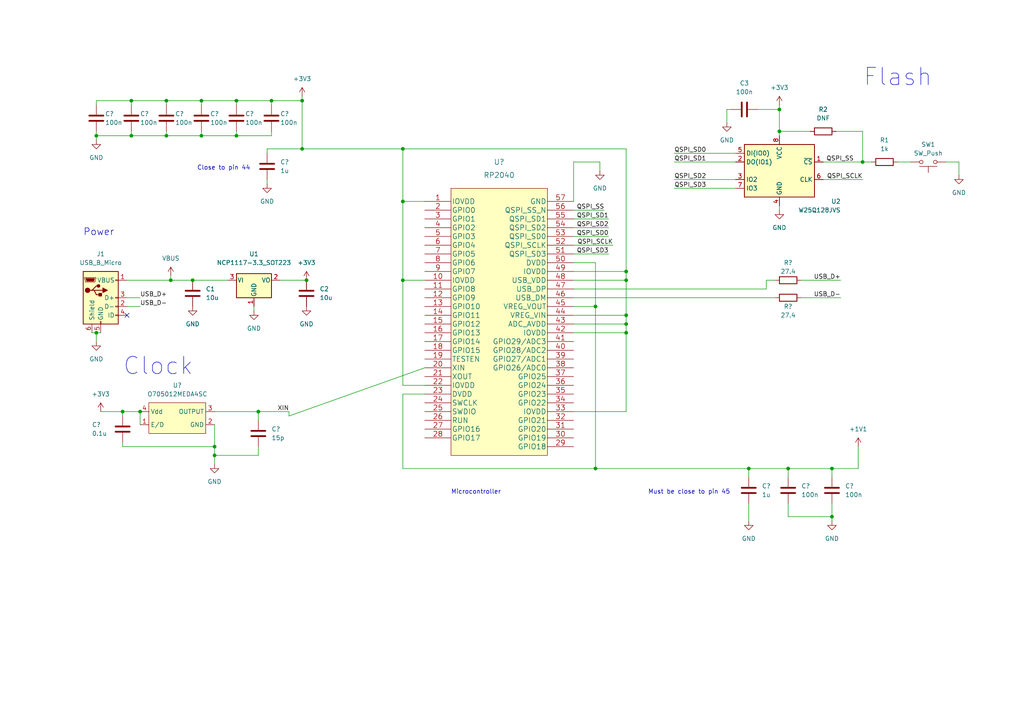
<source format=kicad_sch>
(kicad_sch (version 20211123) (generator eeschema)
  (paper "A4")
  (title_block (title "Longan") (rev "1") (company "Cambridge University Space Flight") (comment 1 "High Altitude Balloon (HAB) Tracker"))
  (lib_symbols
    (symbol "Connector:USB_B_Micro" (pin_names (offset 1.016))
      (property "Reference" "J" (at -5.08 11.43 0))
      (property "Value" "USB_B_Micro" (at -5.08 8.89 0))
      (symbol "USB_B_Micro_0_1"
        (rectangle (start -5.08 -7.62) (end 5.08 7.62) (stroke (width 0.254)) (fill (type background)))
        (circle (center -3.81 2.159) (radius 0.635) (stroke (width 0.254)) (fill (type outline)))
        (circle (center -0.635 3.429) (radius 0.381) (stroke (width 0.254)) (fill (type outline)))
        (rectangle (start -0.127 -7.62) (end 0.127 -6.858))
        (polyline (pts (xy -1.905 2.159) (xy 0.635 2.159)) (stroke (width 0.254)))
        (polyline (pts (xy -3.175 2.159) (xy -2.54 2.159) (xy -1.27 3.429) (xy -0.635 3.429)) (stroke (width 0.254)))
        (polyline (pts (xy -2.54 2.159) (xy -1.905 2.159) (xy -1.27 0.889) (xy 0 0.889)) (stroke (width 0.254)))
        (polyline (pts (xy 0.635 2.794) (xy 0.635 1.524) (xy 1.905 2.159) (xy 0.635 2.794)) (stroke (width 0.254)) (fill (type outline)))
        (polyline (pts (xy -4.318 5.588) (xy -1.778 5.588) (xy -2.032 4.826) (xy -4.064 4.826) (xy -4.318 5.588)) (fill (type outline)))
        (polyline (pts (xy -4.699 5.842) (xy -4.699 5.588) (xy -4.445 4.826) (xy -4.445 4.572) (xy -1.651 4.572) (xy -1.651 4.826) (xy -1.397 5.588) (xy -1.397 5.842) (xy -4.699 5.842)))
        (rectangle (start 0.254 1.27) (end -0.508 0.508) (stroke (width 0.254)) (fill (type outline)))
        (rectangle (start 5.08 -5.207) (end 4.318 -4.953))
        (rectangle (start 5.08 -2.667) (end 4.318 -2.413))
        (rectangle (start 5.08 -0.127) (end 4.318 0.127))
        (rectangle (start 5.08 4.953) (end 4.318 5.207))
      )
      (symbol "USB_B_Micro_1_1"
        (pin power_out line (at 7.62 5.08 180) (length 2.54) (name "VBUS") (number "1"))
        (pin bidirectional line (at 7.62 -2.54 180) (length 2.54) (name "D-") (number "2"))
        (pin bidirectional line (at 7.62 0 180) (length 2.54) (name "D+") (number "3"))
        (pin passive line (at 7.62 -5.08 180) (length 2.54) (name "ID") (number "4"))
        (pin power_out line (at 0 -10.16 90) (length 2.54) (name "GND") (number "5"))
        (pin passive line (at -2.54 -10.16 90) (length 2.54) (name "Shield") (number "6"))
      )
    )
    (symbol "Device:C" (pin_numbers hide) (pin_names (offset 0.254))
      (property "Reference" "C" (at 0.635 2.54 0))
      (property "Value" "C" (at 0.635 -2.54 0))
      (symbol "C_0_1"
        (polyline (pts (xy -2.032 -0.762) (xy 2.032 -0.762)) (stroke (width 0.508)))
        (polyline (pts (xy -2.032 0.762) (xy 2.032 0.762)) (stroke (width 0.508)))
      )
      (symbol "C_1_1"
        (pin passive line (at 0 3.81 270) (length 2.794) (name "~") (number "1"))
        (pin passive line (at 0 -3.81 90) (length 2.794) (name "~") (number "2"))
      )
    )
    (symbol "Device:R" (pin_numbers hide) (pin_names (offset 0))
      (property "Reference" "R" (at 2.032 0 90))
      (property "Value" "R" (at 0 0 90))
      (symbol "R_0_1"
        (rectangle (start -1.016 -2.54) (end 1.016 2.54) (stroke (width 0.254)))
      )
      (symbol "R_1_1"
        (pin passive line (at 0 3.81 270) (length 1.27) (name "~") (number "1"))
        (pin passive line (at 0 -3.81 90) (length 1.27) (name "~") (number "2"))
      )
    )
    (symbol "Memory_Flash:W25Q128JVS"
      (property "Reference" "U" (at -8.89 8.89 0))
      (property "Value" "W25Q128JVS" (at 7.62 8.89 0))
      (symbol "W25Q128JVS_0_1"
        (rectangle (start -10.16 7.62) (end 10.16 -7.62) (stroke (width 0.254)) (fill (type background)))
      )
      (symbol "W25Q128JVS_1_1"
        (pin input line (at -12.7 2.54 0) (length 2.54) (name "~{CS}") (number "1"))
        (pin bidirectional line (at 12.7 2.54 180) (length 2.54) (name "DO(IO1)") (number "2"))
        (pin bidirectional line (at 12.7 -2.54 180) (length 2.54) (name "IO2") (number "3"))
        (pin power_in line (at 0 -10.16 90) (length 2.54) (name "GND") (number "4"))
        (pin bidirectional line (at 12.7 5.08 180) (length 2.54) (name "DI(IO0)") (number "5"))
        (pin input line (at -12.7 -2.54 0) (length 2.54) (name "CLK") (number "6"))
        (pin bidirectional line (at 12.7 -5.08 180) (length 2.54) (name "IO3") (number "7"))
        (pin power_in line (at 0 10.16 270) (length 2.54) (name "VCC") (number "8"))
      )
    )
    (symbol "O705012MEDA4SC_1"
      (property "Reference" "U" (at 0 0 0))
      (property "Value" "O705012MEDA4SC_1" (at 0 2.54 0))
      (symbol "O705012MEDA4SC_1_0_1"
        (rectangle (start -8.89 -1.27) (end 7.62 -10.16) (fill (type background)))
      )
      (symbol "O705012MEDA4SC_1_1_1"
        (pin input line (at -11.43 -7.62 0) (length 2.54) (name "E/D") (number "1"))
        (pin power_out line (at 10.16 -7.62 180) (length 2.54) (name "GND") (number "2"))
        (pin output line (at 10.16 -3.81 180) (length 2.54) (name "OUTPUT") (number "3"))
        (pin power_in line (at -11.43 -3.81 0) (length 2.54) (name "Vdd") (number "4"))
      )
    )
    (symbol "RP2040:RP2040" (pin_names (offset 0.254))
      (property "Reference" "U?" (at 0 7.62 0))
      (property "Value" "RP2040" (at 0 3.81 0))
      (symbol "RP2040_0_1"
        (rectangle (start -13.97 0) (end 13.97 -77.47) (fill (type background)))
      )
      (symbol "RP2040_1_1"
        (pin power_in line (at -21.59 -3.81 0) (length 7.62) (name "IOVDD") (number "1"))
        (pin power_in line (at -21.59 -26.67 0) (length 7.62) (name "IOVDD") (number "10"))
        (pin bidirectional line (at -21.59 -29.21 0) (length 7.62) (name "GPIO8") (number "11"))
        (pin bidirectional line (at -21.59 -31.75 0) (length 7.62) (name "GPIO9") (number "12"))
        (pin bidirectional line (at -21.59 -34.29 0) (length 7.62) (name "GPIO10") (number "13"))
        (pin bidirectional line (at -21.59 -36.83 0) (length 7.62) (name "GPIO11") (number "14"))
        (pin bidirectional line (at -21.59 -39.37 0) (length 7.62) (name "GPIO12") (number "15"))
        (pin bidirectional line (at -21.59 -41.91 0) (length 7.62) (name "GPIO13") (number "16"))
        (pin bidirectional line (at -21.59 -44.45 0) (length 7.62) (name "GPIO14") (number "17"))
        (pin bidirectional line (at -21.59 -46.99 0) (length 7.62) (name "GPIO15") (number "18"))
        (pin unspecified line (at -21.59 -49.53 0) (length 7.62) (name "TESTEN") (number "19"))
        (pin bidirectional line (at -21.59 -6.35 0) (length 7.62) (name "GPIO0") (number "2"))
        (pin unspecified line (at -21.59 -52.07 0) (length 7.62) (name "XIN") (number "20"))
        (pin output line (at -21.59 -54.61 0) (length 7.62) (name "XOUT") (number "21"))
        (pin power_in line (at -21.59 -57.15 0) (length 7.62) (name "IOVDD") (number "22"))
        (pin power_in line (at -21.59 -59.69 0) (length 7.62) (name "DVDD") (number "23"))
        (pin unspecified line (at -21.59 -62.23 0) (length 7.62) (name "SWCLK") (number "24"))
        (pin unspecified line (at -21.59 -64.77 0) (length 7.62) (name "SWDIO") (number "25"))
        (pin unspecified line (at -21.59 -67.31 0) (length 7.62) (name "RUN") (number "26"))
        (pin bidirectional line (at -21.59 -69.85 0) (length 7.62) (name "GPIO16") (number "27"))
        (pin bidirectional line (at -21.59 -72.39 0) (length 7.62) (name "GPIO17") (number "28"))
        (pin bidirectional line (at 21.59 -74.93 180) (length 7.62) (name "GPIO18") (number "29"))
        (pin bidirectional line (at -21.59 -8.89 0) (length 7.62) (name "GPIO1") (number "3"))
        (pin bidirectional line (at 21.59 -72.39 180) (length 7.62) (name "GPIO19") (number "30"))
        (pin bidirectional line (at 21.59 -69.85 180) (length 7.62) (name "GPIO20") (number "31"))
        (pin bidirectional line (at 21.59 -67.31 180) (length 7.62) (name "GPIO21") (number "32"))
        (pin power_in line (at 21.59 -64.77 180) (length 7.62) (name "IOVDD") (number "33"))
        (pin bidirectional line (at 21.59 -62.23 180) (length 7.62) (name "GPIO22") (number "34"))
        (pin bidirectional line (at 21.59 -59.69 180) (length 7.62) (name "GPIO23") (number "35"))
        (pin bidirectional line (at 21.59 -57.15 180) (length 7.62) (name "GPIO24") (number "36"))
        (pin bidirectional line (at 21.59 -54.61 180) (length 7.62) (name "GPIO25") (number "37"))
        (pin bidirectional line (at 21.59 -52.07 180) (length 7.62) (name "GPIO26/ADC0") (number "38"))
        (pin bidirectional line (at 21.59 -49.53 180) (length 7.62) (name "GPIO27/ADC1") (number "39"))
        (pin bidirectional line (at -21.59 -11.43 0) (length 7.62) (name "GPIO2") (number "4"))
        (pin bidirectional line (at 21.59 -46.99 180) (length 7.62) (name "GPIO28/ADC2") (number "40"))
        (pin bidirectional line (at 21.59 -44.45 180) (length 7.62) (name "GPIO29/ADC3") (number "41"))
        (pin power_in line (at 21.59 -41.91 180) (length 7.62) (name "IOVDD") (number "42"))
        (pin power_in line (at 21.59 -39.37 180) (length 7.62) (name "ADC_AVDD") (number "43"))
        (pin unspecified line (at 21.59 -36.83 180) (length 7.62) (name "VREG_VIN") (number "44"))
        (pin output line (at 21.59 -34.29 180) (length 7.62) (name "VREG_VOUT") (number "45"))
        (pin unspecified line (at 21.59 -31.75 180) (length 7.62) (name "USB_DM") (number "46"))
        (pin unspecified line (at 21.59 -29.21 180) (length 7.62) (name "USB_DP") (number "47"))
        (pin power_in line (at 21.59 -26.67 180) (length 7.62) (name "USB_VDD") (number "48"))
        (pin power_in line (at 21.59 -24.13 180) (length 7.62) (name "IOVDD") (number "49"))
        (pin bidirectional line (at -21.59 -13.97 0) (length 7.62) (name "GPIO3") (number "5"))
        (pin power_in line (at 21.59 -21.59 180) (length 7.62) (name "DVDD") (number "50"))
        (pin bidirectional line (at 21.59 -19.05 180) (length 7.62) (name "QSPI_SD3") (number "51"))
        (pin unspecified line (at 21.59 -16.51 180) (length 7.62) (name "QSPI_SCLK") (number "52"))
        (pin bidirectional line (at 21.59 -13.97 180) (length 7.62) (name "QSPI_SD0") (number "53"))
        (pin bidirectional line (at 21.59 -11.43 180) (length 7.62) (name "QSPI_SD2") (number "54"))
        (pin bidirectional line (at 21.59 -8.89 180) (length 7.62) (name "QSPI_SD1") (number "55"))
        (pin unspecified line (at 21.59 -6.35 180) (length 7.62) (name "QSPI_SS_N") (number "56"))
        (pin power_in line (at 21.59 -3.81 180) (length 7.62) (name "GND") (number "57"))
        (pin bidirectional line (at -21.59 -16.51 0) (length 7.62) (name "GPIO4") (number "6"))
        (pin bidirectional line (at -21.59 -19.05 0) (length 7.62) (name "GPIO5") (number "7"))
        (pin bidirectional line (at -21.59 -21.59 0) (length 7.62) (name "GPIO6") (number "8"))
        (pin bidirectional line (at -21.59 -24.13 0) (length 7.62) (name "GPIO7") (number "9"))
      )
    )
    (symbol "Regulator_Linear:NCP1117-3.3_SOT223" (pin_names (offset 0.254))
      (property "Reference" "U" (at -3.81 3.175 0))
      (property "Value" "NCP1117-3.3_SOT223" (at 0 3.175 0))
      (symbol "NCP1117-3.3_SOT223_0_1"
        (rectangle (start -5.08 -5.08) (end 5.08 1.905) (stroke (width 0.254)) (fill (type background)))
      )
      (symbol "NCP1117-3.3_SOT223_1_1"
        (pin power_in line (at 0 -7.62 90) (length 2.54) (name "GND") (number "1"))
        (pin power_out line (at 7.62 0 180) (length 2.54) (name "VO") (number "2"))
        (pin power_in line (at -7.62 0 0) (length 2.54) (name "VI") (number "3"))
      )
    )
    (symbol "Switch:SW_Push" (pin_numbers hide) (pin_names (offset 1.016) hide)
      (property "Reference" "SW" (at 1.27 2.54 0))
      (property "Value" "SW_Push" (at 0 -1.524 0))
      (symbol "SW_Push_0_1"
        (circle (center -2.032 0) (radius 0.508))
        (polyline (pts (xy 0 1.27) (xy 0 3.048)))
        (polyline (pts (xy 2.54 1.27) (xy -2.54 1.27)))
        (circle (center 2.032 0) (radius 0.508))
        (pin passive line (at -5.08 0 0) (length 2.54) (name "1") (number "1"))
        (pin passive line (at 5.08 0 180) (length 2.54) (name "2") (number "2"))
      )
    )
    (symbol "power:+1V1" (power) (pin_names (offset 0))
      (property "Value" "+1V1" (at 0 3.556 0))
      (symbol "+1V1_0_1"
        (polyline (pts (xy -0.762 1.27) (xy 0 2.54)))
        (polyline (pts (xy 0 0) (xy 0 2.54)))
        (polyline (pts (xy 0 2.54) (xy 0.762 1.27)))
      )
      (symbol "+1V1_1_1"
        (pin power_in line (at 0 0 90) (length 0) hide (name "+1V1") (number "1"))
      )
    )
    (symbol "power:+3V3" (power) (pin_names (offset 0))
      (property "Value" "+3V3" (at 0 3.556 0))
      (symbol "+3V3_0_1"
        (polyline (pts (xy -0.762 1.27) (xy 0 2.54)))
        (polyline (pts (xy 0 0) (xy 0 2.54)))
        (polyline (pts (xy 0 2.54) (xy 0.762 1.27)))
      )
      (symbol "+3V3_1_1"
        (pin power_in line (at 0 0 90) (length 0) hide (name "+3V3") (number "1"))
      )
    )
    (symbol "power:GND" (power) (pin_names (offset 0))
      (property "Value" "GND" (at 0 -3.81 0))
      (symbol "GND_0_1"
        (polyline (pts (xy 0 0) (xy 0 -1.27) (xy 1.27 -1.27) (xy 0 -2.54) (xy -1.27 -1.27) (xy 0 -1.27)))
      )
      (symbol "GND_1_1"
        (pin power_in line (at 0 0 270) (length 0) hide (name "GND") (number "1"))
      )
    )
    (symbol "power:VBUS" (power) (pin_names (offset 0))
      (property "Value" "VBUS" (at 0 3.81 0))
      (symbol "VBUS_0_1"
        (polyline (pts (xy -0.762 1.27) (xy 0 2.54)))
        (polyline (pts (xy 0 0) (xy 0 2.54)))
        (polyline (pts (xy 0 2.54) (xy 0.762 1.27)))
      )
      (symbol "VBUS_1_1"
        (pin power_in line (at 0 0 90) (length 0) hide (name "VBUS") (number "1"))
      )
    )
  )
  (junction (at 116.84 81.28))
  (junction (at 181.61 96.52))
  (junction (at 88.9 81.28))
  (junction (at 62.23 129.54))
  (junction (at 250.19 46.99))
  (junction (at 27.94 39.37))
  (junction (at 55.88 81.28))
  (junction (at 74.93 119.38))
  (junction (at 40.64 119.38))
  (junction (at 116.84 58.42))
  (junction (at 241.3 149.86))
  (junction (at 68.58 39.37))
  (junction (at 181.61 81.28))
  (junction (at 217.17 135.89))
  (junction (at 49.53 81.28))
  (junction (at 62.23 132.08))
  (junction (at 38.1 29.21))
  (junction (at 172.72 135.89))
  (junction (at 226.06 38.1))
  (junction (at 87.63 29.21))
  (junction (at 48.26 29.21))
  (junction (at 68.58 29.21))
  (junction (at 87.63 43.18))
  (junction (at 172.72 88.9))
  (junction (at 181.61 93.98))
  (junction (at 181.61 91.44))
  (junction (at 226.06 31.75))
  (junction (at 181.61 78.74))
  (junction (at 38.1 39.37))
  (junction (at 27.94 96.52))
  (junction (at 228.6 135.89))
  (junction (at 78.74 29.21))
  (junction (at 48.26 39.37))
  (junction (at 116.84 43.18))
  (junction (at 58.42 29.21))
  (junction (at 58.42 39.37))
  (junction (at 241.3 135.89))
  (junction (at 35.56 119.38))
  (no_connect (at 36.83 91.44))
  (wire (pts (xy 74.93 119.38) (xy 74.93 121.92)))
  (wire (pts (xy 250.19 46.99) (xy 252.73 46.99)))
  (wire (pts (xy 78.74 29.21) (xy 78.74 30.48)))
  (wire (pts (xy 226.06 38.1) (xy 226.06 39.37)))
  (wire (pts (xy 166.37 73.66) (xy 176.53 73.66)))
  (wire (pts (xy 74.93 132.08) (xy 62.23 132.08)))
  (wire (pts (xy 181.61 81.28) (xy 181.61 91.44)))
  (wire (pts (xy 166.37 66.04) (xy 176.53 66.04)))
  (wire (pts (xy 250.19 46.99) (xy 250.19 38.1)))
  (wire (pts (xy 238.76 52.07) (xy 250.19 52.07)))
  (wire (pts (xy 166.37 93.98) (xy 181.61 93.98)))
  (wire (pts (xy 38.1 39.37) (xy 48.26 39.37)))
  (wire (pts (xy 68.58 39.37) (xy 68.58 38.1)))
  (wire (pts (xy 35.56 129.54) (xy 62.23 129.54)))
  (wire (pts (xy 181.61 43.18) (xy 116.84 43.18)))
  (wire (pts (xy 27.94 29.21) (xy 27.94 30.48)))
  (wire (pts (xy 62.23 129.54) (xy 62.23 132.08)))
  (wire (pts (xy 250.19 46.99) (xy 238.76 46.99)))
  (wire (pts (xy 116.84 81.28) (xy 116.84 111.76)))
  (wire (pts (xy 74.93 129.54) (xy 74.93 132.08)))
  (wire (pts (xy 181.61 93.98) (xy 181.61 96.52)))
  (wire (pts (xy 210.82 31.75) (xy 212.09 31.75)))
  (wire (pts (xy 26.67 96.52) (xy 27.94 96.52)))
  (wire (pts (xy 234.95 38.1) (xy 226.06 38.1)))
  (wire (pts (xy 226.06 60.96) (xy 226.06 59.69)))
  (wire (pts (xy 38.1 29.21) (xy 38.1 30.48)))
  (wire (pts (xy 217.17 135.89) (xy 217.17 138.43)))
  (wire (pts (xy 27.94 96.52) (xy 29.21 96.52)))
  (wire (pts (xy 217.17 135.89) (xy 228.6 135.89)))
  (wire (pts (xy 228.6 149.86) (xy 228.6 146.05)))
  (wire (pts (xy 228.6 138.43) (xy 228.6 135.89)))
  (wire (pts (xy 213.36 54.61) (xy 195.58 54.61)))
  (wire (pts (xy 36.83 86.36) (xy 40.64 86.36)))
  (wire (pts (xy 217.17 146.05) (xy 217.17 151.13)))
  (wire (pts (xy 58.42 39.37) (xy 58.42 38.1)))
  (wire (pts (xy 116.84 58.42) (xy 116.84 81.28)))
  (wire (pts (xy 55.88 81.28) (xy 66.04 81.28)))
  (wire (pts (xy 248.92 129.54) (xy 248.92 135.89)))
  (wire (pts (xy 226.06 30.48) (xy 226.06 31.75)))
  (wire (pts (xy 78.74 29.21) (xy 87.63 29.21)))
  (wire (pts (xy 226.06 31.75) (xy 226.06 38.1)))
  (wire (pts (xy 123.19 106.68) (xy 83.82 120.65)))
  (wire (pts (xy 181.61 96.52) (xy 181.61 119.38)))
  (wire (pts (xy 58.42 29.21) (xy 58.42 30.48)))
  (wire (pts (xy 58.42 29.21) (xy 68.58 29.21)))
  (wire (pts (xy 166.37 86.36) (xy 224.79 86.36)))
  (wire (pts (xy 38.1 29.21) (xy 48.26 29.21)))
  (wire (pts (xy 173.99 46.99) (xy 173.99 49.53)))
  (wire (pts (xy 74.93 119.38) (xy 83.82 119.38)))
  (wire (pts (xy 177.8 71.12) (xy 166.37 71.12)))
  (wire (pts (xy 68.58 29.21) (xy 78.74 29.21)))
  (wire (pts (xy 181.61 91.44) (xy 181.61 93.98)))
  (wire (pts (xy 62.23 132.08) (xy 62.23 134.62)))
  (wire (pts (xy 78.74 39.37) (xy 78.74 38.1)))
  (wire (pts (xy 166.37 88.9) (xy 172.72 88.9)))
  (wire (pts (xy 77.47 44.45) (xy 77.47 43.18)))
  (wire (pts (xy 36.83 88.9) (xy 40.64 88.9)))
  (wire (pts (xy 87.63 29.21) (xy 87.63 43.18)))
  (wire (pts (xy 241.3 151.13) (xy 241.3 149.86)))
  (wire (pts (xy 166.37 76.2) (xy 172.72 76.2)))
  (wire (pts (xy 35.56 119.38) (xy 35.56 120.65)))
  (wire (pts (xy 166.37 63.5) (xy 176.53 63.5)))
  (wire (pts (xy 27.94 40.64) (xy 27.94 39.37)))
  (wire (pts (xy 166.37 81.28) (xy 181.61 81.28)))
  (wire (pts (xy 48.26 39.37) (xy 58.42 39.37)))
  (wire (pts (xy 181.61 96.52) (xy 166.37 96.52)))
  (wire (pts (xy 243.84 81.28) (xy 232.41 81.28)))
  (wire (pts (xy 123.19 111.76) (xy 116.84 111.76)))
  (wire (pts (xy 222.25 83.82) (xy 166.37 83.82)))
  (wire (pts (xy 27.94 29.21) (xy 38.1 29.21)))
  (wire (pts (xy 166.37 78.74) (xy 181.61 78.74)))
  (wire (pts (xy 49.53 81.28) (xy 55.88 81.28)))
  (wire (pts (xy 35.56 128.27) (xy 35.56 129.54)))
  (wire (pts (xy 166.37 91.44) (xy 181.61 91.44)))
  (wire (pts (xy 68.58 29.21) (xy 68.58 30.48)))
  (wire (pts (xy 166.37 58.42) (xy 166.37 46.99)))
  (wire (pts (xy 77.47 43.18) (xy 87.63 43.18)))
  (wire (pts (xy 210.82 31.75) (xy 210.82 35.56)))
  (wire (pts (xy 73.66 88.9) (xy 73.66 90.17)))
  (wire (pts (xy 48.26 29.21) (xy 48.26 30.48)))
  (wire (pts (xy 116.84 43.18) (xy 116.84 58.42)))
  (wire (pts (xy 264.16 46.99) (xy 260.35 46.99)))
  (wire (pts (xy 123.19 58.42) (xy 116.84 58.42)))
  (wire (pts (xy 36.83 81.28) (xy 49.53 81.28)))
  (wire (pts (xy 213.36 44.45) (xy 195.58 44.45)))
  (wire (pts (xy 83.82 120.65) (xy 83.82 119.38)))
  (wire (pts (xy 166.37 46.99) (xy 173.99 46.99)))
  (wire (pts (xy 278.13 46.99) (xy 278.13 50.8)))
  (wire (pts (xy 58.42 39.37) (xy 68.58 39.37)))
  (wire (pts (xy 250.19 38.1) (xy 242.57 38.1)))
  (wire (pts (xy 166.37 68.58) (xy 176.53 68.58)))
  (wire (pts (xy 40.64 119.38) (xy 40.64 123.19)))
  (wire (pts (xy 213.36 46.99) (xy 195.58 46.99)))
  (wire (pts (xy 27.94 39.37) (xy 27.94 38.1)))
  (wire (pts (xy 248.92 135.89) (xy 241.3 135.89)))
  (wire (pts (xy 241.3 135.89) (xy 228.6 135.89)))
  (wire (pts (xy 213.36 52.07) (xy 195.58 52.07)))
  (wire (pts (xy 241.3 149.86) (xy 228.6 149.86)))
  (wire (pts (xy 166.37 60.96) (xy 175.26 60.96)))
  (wire (pts (xy 35.56 119.38) (xy 40.64 119.38)))
  (wire (pts (xy 172.72 76.2) (xy 172.72 88.9)))
  (wire (pts (xy 116.84 114.3) (xy 123.19 114.3)))
  (wire (pts (xy 172.72 135.89) (xy 217.17 135.89)))
  (wire (pts (xy 38.1 39.37) (xy 38.1 38.1)))
  (wire (pts (xy 181.61 78.74) (xy 181.61 43.18)))
  (wire (pts (xy 27.94 39.37) (xy 38.1 39.37)))
  (wire (pts (xy 87.63 27.94) (xy 87.63 29.21)))
  (wire (pts (xy 224.79 81.28) (xy 222.25 81.28)))
  (wire (pts (xy 27.94 96.52) (xy 27.94 99.06)))
  (wire (pts (xy 29.21 119.38) (xy 35.56 119.38)))
  (wire (pts (xy 68.58 39.37) (xy 78.74 39.37)))
  (wire (pts (xy 77.47 53.34) (xy 77.47 52.07)))
  (wire (pts (xy 274.32 46.99) (xy 278.13 46.99)))
  (wire (pts (xy 241.3 135.89) (xy 241.3 138.43)))
  (wire (pts (xy 49.53 81.28) (xy 49.53 80.01)))
  (wire (pts (xy 116.84 135.89) (xy 116.84 114.3)))
  (wire (pts (xy 241.3 146.05) (xy 241.3 149.86)))
  (wire (pts (xy 48.26 39.37) (xy 48.26 38.1)))
  (wire (pts (xy 172.72 88.9) (xy 172.72 135.89)))
  (wire (pts (xy 116.84 81.28) (xy 123.19 81.28)))
  (wire (pts (xy 62.23 119.38) (xy 74.93 119.38)))
  (wire (pts (xy 87.63 43.18) (xy 116.84 43.18)))
  (wire (pts (xy 48.26 29.21) (xy 58.42 29.21)))
  (wire (pts (xy 172.72 135.89) (xy 116.84 135.89)))
  (wire (pts (xy 222.25 81.28) (xy 222.25 83.82)))
  (wire (pts (xy 243.84 86.36) (xy 232.41 86.36)))
  (wire (pts (xy 181.61 78.74) (xy 181.61 81.28)))
  (wire (pts (xy 226.06 31.75) (xy 219.71 31.75)))
  (wire (pts (xy 166.37 119.38) (xy 181.61 119.38)))
  (wire (pts (xy 62.23 123.19) (xy 62.23 129.54)))
  (wire (pts (xy 81.28 81.28) (xy 88.9 81.28)))
  (text "Power" (at 24.13 68.58 0) (effects (font (size 2 2)) (justify left bottom)))
  (text "Flash" (at 270.51 25.4 180) (effects (font (size 5 5)) (justify right bottom)))
  (text "Microcontroller" (at 130.81 143.51 0) (effects (font (size 1.27 1.27)) (justify left bottom)))
  (text "Close to pin 44" (at 57.15 49.53 0) (effects (font (size 1.27 1.27)) (justify left bottom)))
  (text "Clock" (at 35.56 109.22 0) (effects (font (size 5 5)) (justify left bottom)))
  (text "Must be close to pin 45\n" (at 187.96 143.51 0) (effects (font (size 1.27 1.27)) (justify left bottom)))
  (label "QSPI_SD2" (at 176.53 66.04 180))
  (label "QSPI_SCLK" (at 177.8 71.12 180))
  (label "USB_D-" (at 243.84 86.36 180))
  (label "QSPI_SD3" (at 176.53 73.66 180))
  (label "QSPI_SS" (at 247.65 46.99 180))
  (label "QSPI_SCLK" (at 250.19 52.07 180))
  (label "QSPI_SD2" (at 195.58 52.07 0))
  (label "QSPI_SD3" (at 195.58 54.61 0))
  (label "USB_D-" (at 40.64 88.9 0))
  (label "QSPI_SD1" (at 176.53 63.5 180))
  (label "QSPI_SS" (at 175.26 60.96 180))
  (label "QSPI_SD0" (at 195.58 44.45 0))
  (label "XIN" (at 83.82 119.38 180))
  (label "QSPI_SD0" (at 176.53 68.58 180))
  (label "QSPI_SD1" (at 195.58 46.99 0))
  (label "USB_D+" (at 243.84 81.28 180))
  (label "USB_D+" (at 40.64 86.36 0))
  (symbol (lib_id "Device:C") (at 78.74 34.29 0) (unit 1)
    (property "Reference" "C?" (at 81.28 33.02 0) (effects (justify left)))
    (property "Value" "100n" (at 81.28 35.56 0) (effects (justify left)))
  )
  (symbol (lib_id "RP2040:RP2040") (at 144.78 54.61 0) (unit 1)
    (property "Reference" "U?" (at 144.78 46.99 0) (effects (font (size 1.524 1.524))))
    (property "Value" "RP2040" (at 144.78 50.8 0) (effects (font (size 1.524 1.524))))
    (property "Footprint" "IC57_RP2040" (effects hide))
  )
  (symbol (lib_id "Device:C") (at 228.6 142.24 0) (unit 1)
    (property "Reference" "C?" (at 232.41 140.9699 0) (effects (justify left)))
    (property "Value" "100n" (at 232.41 143.5099 0) (effects (justify left)))
  )
  (symbol (lib_id "Device:C") (at 68.58 34.29 0) (unit 1)
    (property "Reference" "C?" (at 71.12 33.02 0) (effects (justify left)))
    (property "Value" "100n" (at 71.12 35.56 0) (effects (justify left)))
  )
  (symbol (lib_id "power:GND") (at 278.13 50.8 0) (mirror y) (unit 1)
    (property "Reference" "#PWR?" (effects hide))
    (property "Value" "GND" (at 278.13 55.88 0))
  )
  (symbol (lib_id "Device:C") (at 74.93 125.73 0) (unit 1)
    (property "Reference" "C?" (at 78.74 124.4599 0) (effects (justify left)))
    (property "Value" "15p" (at 78.74 126.9999 0) (effects (justify left)))
  )
  (symbol (lib_id "Device:C") (at 38.1 34.29 0) (unit 1)
    (property "Reference" "C?" (at 40.64 33.02 0) (effects (justify left)))
    (property "Value" "100n" (at 40.64 35.56 0) (effects (justify left)))
  )
  (symbol (lib_id "Device:R") (at 238.76 38.1 270) (mirror x) (unit 1)
    (property "Reference" "R2" (at 238.76 31.75 90))
    (property "Value" "DNF" (at 238.76 34.29 90))
  )
  (symbol (lib_id "power:GND") (at 226.06 60.96 0) (mirror y) (unit 1)
    (property "Reference" "#PWR?" (effects hide))
    (property "Value" "GND" (at 226.06 66.04 0))
  )
  (symbol (lib_id "power:GND") (at 55.88 88.9 0) (unit 1)
    (property "Reference" "#PWR?" (effects hide))
    (property "Value" "GND" (at 55.88 93.98 0))
  )
  (symbol (lib_id "Device:C") (at 215.9 31.75 270) (mirror x) (unit 1)
    (property "Reference" "C3" (at 215.9 24.13 90))
    (property "Value" "100n" (at 215.9 26.67 90))
  )
  (symbol (lib_id "power:VBUS") (at 49.53 80.01 0) (unit 1)
    (property "Reference" "#PWR?" (effects hide))
    (property "Value" "VBUS" (at 49.53 74.93 0))
  )
  (symbol (lib_id "power:+3V3") (at 226.06 30.48 0) (mirror y) (unit 1)
    (property "Reference" "#PWR?" (effects hide))
    (property "Value" "+3V3" (at 226.06 25.4 0))
  )
  (symbol (lib_id "Device:C") (at 217.17 142.24 0) (unit 1)
    (property "Reference" "C?" (at 220.98 140.9699 0) (effects (justify left)))
    (property "Value" "1u" (at 220.98 143.5099 0) (effects (justify left)))
  )
  (symbol (lib_id "power:+3V3") (at 87.63 27.94 0) (unit 1)
    (property "Reference" "#PWR?" (effects hide))
    (property "Value" "+3V3" (at 87.63 22.86 0))
  )
  (symbol (lib_id "Device:C") (at 77.47 48.26 0) (unit 1)
    (property "Reference" "C?" (at 81.28 46.9899 0) (effects (justify left)))
    (property "Value" "1u" (at 81.28 49.5299 0) (effects (justify left)))
  )
  (symbol (lib_id "Device:R") (at 228.6 81.28 90) (unit 1)
    (property "Reference" "R?" (at 228.6 76.2 90))
    (property "Value" "27.4" (at 228.6 78.74 90))
  )
  (symbol (lib_id "power:+3V3") (at 29.21 119.38 0) (unit 1)
    (property "Reference" "#PWR?" (effects hide))
    (property "Value" "+3V3" (at 29.21 114.3 0))
  )
  (symbol (lib_id "power:GND") (at 62.23 134.62 0) (unit 1)
    (property "Reference" "#PWR?" (effects hide))
    (property "Value" "GND" (at 62.23 139.7 0))
  )
  (symbol (lib_id "Connector:USB_B_Micro") (at 29.21 86.36 0) (unit 1)
    (property "Reference" "J1" (at 29.21 73.66 0))
    (property "Value" "USB_B_Micro" (at 29.21 76.2 0))
  )
  (symbol (lib_id "power:GND") (at 210.82 35.56 0) (mirror y) (unit 1)
    (property "Reference" "#PWR?" (effects hide))
    (property "Value" "GND" (at 210.82 40.64 0))
  )
  (symbol (lib_id "Switch:SW_Push") (at 269.24 46.99 0) (mirror x) (unit 1)
    (property "Reference" "SW1" (at 269.24 41.91 0))
    (property "Value" "SW_Push" (at 269.24 44.45 0))
  )
  (symbol (lib_id "Device:C") (at 35.56 124.46 0) (unit 1)
    (property "Reference" "C?" (at 26.67 123.19 0) (effects (justify left)))
    (property "Value" "0.1u" (at 26.67 125.73 0) (effects (justify left)))
  )
  (symbol (lib_id "power:GND") (at 217.17 151.13 0) (unit 1)
    (property "Reference" "#PWR?" (effects hide))
    (property "Value" "GND" (at 217.17 156.21 0))
  )
  (symbol (lib_id "Device:R") (at 228.6 86.36 90) (unit 1)
    (property "Reference" "R?" (at 228.6 88.9 90))
    (property "Value" "27.4" (at 228.6 91.44 90))
  )
  (symbol (lib_name "O705012MEDA4SC_1") (lib_id "CMOS:O705012MEDA4SC") (at 52.07 115.57 0) (unit 1)
    (property "Reference" "U?" (at 51.435 111.76 0))
    (property "Value" "O705012MEDA4SC" (at 51.435 114.3 0))
  )
  (symbol (lib_id "power:GND") (at 173.99 49.53 0) (mirror y) (unit 1)
    (property "Reference" "#PWR?" (effects hide))
    (property "Value" "GND" (at 173.99 54.61 0))
  )
  (symbol (lib_id "Device:C") (at 48.26 34.29 0) (unit 1)
    (property "Reference" "C?" (at 50.8 33.02 0) (effects (justify left)))
    (property "Value" "100n" (at 50.8 35.56 0) (effects (justify left)))
  )
  (symbol (lib_id "Device:C") (at 88.9 85.09 0) (unit 1)
    (property "Reference" "C2" (at 92.71 83.8199 0) (effects (justify left)))
    (property "Value" "10u" (at 92.71 86.3599 0) (effects (justify left)))
  )
  (symbol (lib_id "Device:C") (at 55.88 85.09 0) (unit 1)
    (property "Reference" "C1" (at 59.69 83.8199 0) (effects (justify left)))
    (property "Value" "10u" (at 59.69 86.3599 0) (effects (justify left)))
  )
  (symbol (lib_id "power:GND") (at 241.3 151.13 0) (unit 1)
    (property "Reference" "#PWR?" (effects hide))
    (property "Value" "GND" (at 241.3 156.21 0))
  )
  (symbol (lib_id "power:GND") (at 88.9 88.9 0) (unit 1)
    (property "Reference" "#PWR?" (effects hide))
    (property "Value" "GND" (at 88.9 93.98 0))
  )
  (symbol (lib_id "power:GND") (at 27.94 40.64 0) (unit 1)
    (property "Reference" "#PWR?" (effects hide))
    (property "Value" "GND" (at 27.94 45.72 0))
  )
  (symbol (lib_id "Device:C") (at 241.3 142.24 0) (unit 1)
    (property "Reference" "C?" (at 245.11 140.9699 0) (effects (justify left)))
    (property "Value" "100n" (at 245.11 143.5099 0) (effects (justify left)))
  )
  (symbol (lib_id "power:+3V3") (at 88.9 81.28 0) (unit 1)
    (property "Reference" "#PWR?" (effects hide))
    (property "Value" "+3V3" (at 88.9 76.2 0))
  )
  (symbol (lib_id "power:GND") (at 77.47 53.34 0) (unit 1)
    (property "Reference" "#PWR?" (effects hide))
    (property "Value" "GND" (at 77.47 58.42 0))
  )
  (symbol (lib_id "Memory_Flash:W25Q128JVS") (at 226.06 49.53 0) (mirror y) (unit 1)
    (property "Reference" "U2" (at 243.84 58.42 0) (effects (justify left)))
    (property "Value" "W25Q128JVS" (at 243.84 60.96 0) (effects (justify left)))
    (property "Footprint" "Package_SO:SOIC-8_5.23x5.23mm_P1.27mm" (effects hide))
    (property "Datasheet" "http://www.winbond.com/resource-files/w25q128jv_dtr%20revc%2003272018%20plus.pdf" (effects hide))
  )
  (symbol (lib_id "Device:C") (at 58.42 34.29 0) (unit 1)
    (property "Reference" "C?" (at 60.96 33.02 0) (effects (justify left)))
    (property "Value" "100n" (at 60.96 35.56 0) (effects (justify left)))
  )
  (symbol (lib_id "Device:R") (at 256.54 46.99 270) (mirror x) (unit 1)
    (property "Reference" "R1" (at 256.54 40.64 90))
    (property "Value" "1k" (at 256.54 43.18 90))
  )
  (symbol (lib_id "power:+1V1") (at 248.92 129.54 0) (unit 1)
    (property "Reference" "#PWR?" (effects hide))
    (property "Value" "+1V1" (at 248.92 124.46 0))
  )
  (symbol (lib_id "power:GND") (at 27.94 99.06 0) (unit 1)
    (property "Reference" "#PWR?" (effects hide))
    (property "Value" "GND" (at 27.94 104.14 0))
  )
  (symbol (lib_id "Regulator_Linear:NCP1117-3.3_SOT223") (at 73.66 81.28 0) (unit 1)
    (property "Reference" "U1" (at 73.66 73.66 0))
    (property "Value" "NCP1117-3.3_SOT223" (at 73.66 76.2 0))
    (property "Footprint" "Package_TO_SOT_SMD:SOT-223-3_TabPin2" (effects hide))
    (property "Datasheet" "http://www.onsemi.com/pub_link/Collateral/NCP1117-D.PDF" (effects hide))
  )
  (symbol (lib_id "power:GND") (at 73.66 90.17 0) (unit 1)
    (property "Reference" "#PWR?" (effects hide))
    (property "Value" "GND" (at 73.66 95.25 0))
  )
  (symbol (lib_id "Device:C") (at 27.94 34.29 0) (unit 1)
    (property "Reference" "C?" (at 30.48 33.02 0) (effects (justify left)))
    (property "Value" "100n" (at 30.48 35.56 0) (effects (justify left)))
  )
)
</source>
